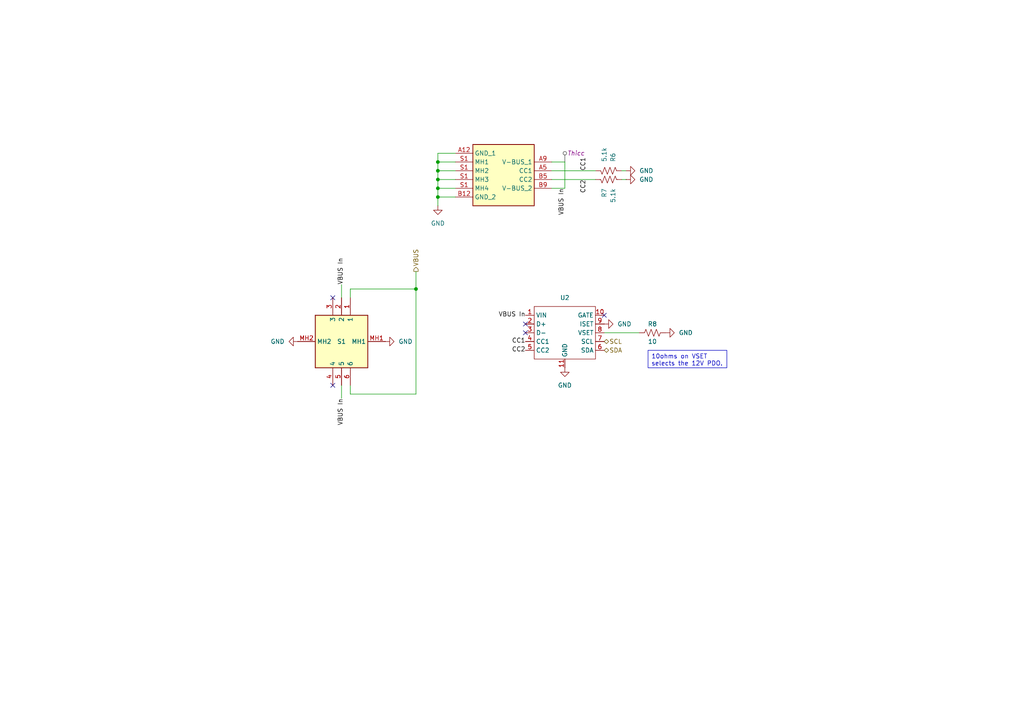
<source format=kicad_sch>
(kicad_sch (version 20231120) (generator "eeschema") (generator_version "8.0")
  (paper "A4")
  (lib_symbols
    (symbol "Connector USB:UJC-HP-3-SMT-TR"
      (property "Reference" "J" (at 0 11.43 0))
      (property "Value" "UJC-HP-3-SMT-TR" (at 0 -10.16 0))
      (symbol "UJC-HP-3-SMT-TR_1_1"
        (rectangle (start -8.89 8.89) (end 8.89 -8.89) (stroke (width 0.254)) (fill (type background)))
        (pin passive line (at 13.97 6.35 180) (length 5.08) (name "GND_1") (number "A12"))
        (pin passive line (at -13.97 1.27 0) (length 5.08) (name "CC1") (number "A5"))
        (pin passive line (at -13.97 3.81 0) (length 5.08) (name "V-BUS_1") (number "A9"))
        (pin passive line (at 13.97 -6.35 180) (length 5.08) (name "GND_2") (number "B12"))
        (pin passive line (at -13.97 -1.27 0) (length 5.08) (name "CC2") (number "B5"))
        (pin passive line (at -13.97 -3.81 0) (length 5.08) (name "V-BUS_2") (number "B9"))
        (pin passive line (at 13.97 3.81 180) (length 5.08) (name "MH1") (number "S1"))
        (pin passive line (at 13.97 1.27 180) (length 5.08) (name "MH2") (number "S1"))
        (pin passive line (at 13.97 -1.27 180) (length 5.08) (name "MH3") (number "S1"))
        (pin passive line (at 13.97 -3.81 180) (length 5.08) (name "MH4") (number "S1"))
      )
    )
    (symbol "Device:R_US" (pin_numbers hide) (pin_names (offset 0))
      (property "Reference" "R" (at 2.54 0 90))
      (property "Value" "R_US" (at -2.54 0 90))
      (symbol "R_US_0_1"
        (polyline (pts (xy 0 -2.286) (xy 0 -2.54)))
        (polyline (pts (xy 0 2.286) (xy 0 2.54)))
        (polyline (pts (xy 0 -0.762) (xy 1.016 -1.143) (xy 0 -1.524) (xy -1.016 -1.905) (xy 0 -2.286)))
        (polyline (pts (xy 0 0.762) (xy 1.016 0.381) (xy 0 0) (xy -1.016 -0.381) (xy 0 -0.762)))
        (polyline (pts (xy 0 2.286) (xy 1.016 1.905) (xy 0 1.524) (xy -1.016 1.143) (xy 0 0.762)))
      )
      (symbol "R_US_1_1"
        (pin passive line (at 0 3.81 270) (length 1.27) (name "~") (number "1"))
        (pin passive line (at 0 -3.81 90) (length 1.27) (name "~") (number "2"))
      )
    )
    (symbol "Interface_USB_:HUSB238"
      (property "Reference" "U" (at 0 0 0))
      (symbol "HUSB238_0_1"
        (rectangle (start -8.89 7.62) (end 8.89 -7.62))
      )
      (symbol "HUSB238_1_1"
        (pin power_in line (at -11.43 5.08 0) (length 2.54) (name "VIN") (number "1"))
        (pin open_collector line (at 11.43 5.08 180) (length 2.54) (name "GATE") (number "10"))
        (pin power_in line (at 0 -10.16 90) (length 2.54) (name "GND") (number "11"))
        (pin bidirectional line (at -11.43 2.54 0) (length 2.54) (name "D+") (number "2"))
        (pin bidirectional line (at -11.43 0 0) (length 2.54) (name "D-") (number "3"))
        (pin bidirectional line (at -11.43 -2.54 0) (length 2.54) (name "CC1") (number "4"))
        (pin bidirectional line (at -11.43 -5.08 0) (length 2.54) (name "CC2") (number "5"))
        (pin bidirectional line (at 11.43 -5.08 180) (length 2.54) (name "SDA") (number "6"))
        (pin bidirectional line (at 11.43 -2.54 180) (length 2.54) (name "SCL") (number "7"))
        (pin input line (at 11.43 0 180) (length 2.54) (name "VSET") (number "8"))
        (pin input line (at 11.43 2.54 180) (length 2.54) (name "ISET") (number "9"))
      )
    )
    (symbol "SamacSys_Parts:SLW-111629-7A-D"
      (property "Reference" "S" (at 21.59 12.7 0))
      (property "Value" "SLW-111629-7A-D" (at 21.59 10.16 0))
      (symbol "SLW-111629-7A-D_1_1"
        (rectangle (start 5.08 7.62) (end 20.32 -7.62) (stroke (width 0.254)) (fill (type background)))
        (pin passive line (at 10.16 -12.7 90) (length 5.08) (name "1") (number "1"))
        (pin passive line (at 12.7 -12.7 90) (length 5.08) (name "2") (number "2"))
        (pin passive line (at 15.24 -12.7 90) (length 5.08) (name "3") (number "3"))
        (pin passive line (at 15.24 12.7 270) (length 5.08) (name "4") (number "4"))
        (pin passive line (at 12.7 12.7 270) (length 5.08) (name "5") (number "5"))
        (pin passive line (at 10.16 12.7 270) (length 5.08) (name "6") (number "6"))
        (pin passive line (at 0 0 0) (length 5.08) (name "MH1") (number "MH1"))
        (pin passive line (at 25.4 0 180) (length 5.08) (name "MH2") (number "MH2"))
      )
    )
    (symbol "power:GND" (power) (pin_numbers hide) (pin_names (offset 0) hide)
      (property "Value" "GND" (at 0 -3.81 0))
      (symbol "GND_0_1"
        (polyline (pts (xy 0 0) (xy 0 -1.27) (xy 1.27 -1.27) (xy 0 -2.54) (xy -1.27 -1.27) (xy 0 -1.27)))
      )
      (symbol "GND_1_1"
        (pin power_in line (at 0 0 270) (length 0) (name "~") (number "1"))
      )
    )
  )
  (junction (at 127 57.15))
  (junction (at 127 46.99))
  (junction (at 120.65 83.82))
  (junction (at 127 52.07))
  (junction (at 127 54.61))
  (junction (at 127 49.53))
  (no_connect (at 152.4 96.52))
  (no_connect (at 96.52 86.36))
  (no_connect (at 175.26 91.44))
  (no_connect (at 152.4 93.98))
  (no_connect (at 96.52 111.76))
  (wire (pts (xy 175.26 96.52) (xy 185.42 96.52)))
  (wire (pts (xy 132.08 44.45) (xy 127 44.45)))
  (wire (pts (xy 101.6 114.3) (xy 120.65 114.3)))
  (wire (pts (xy 101.6 83.82) (xy 120.65 83.82)))
  (wire (pts (xy 99.06 115.57) (xy 99.06 111.76)))
  (wire (pts (xy 163.83 46.99) (xy 160.02 46.99)))
  (wire (pts (xy 163.83 54.61) (xy 163.83 46.99)))
  (wire (pts (xy 99.06 86.36) (xy 99.06 82.55)))
  (wire (pts (xy 120.65 83.82) (xy 120.65 114.3)))
  (wire (pts (xy 127 44.45) (xy 127 46.99)))
  (wire (pts (xy 180.34 49.53) (xy 181.61 49.53)))
  (wire (pts (xy 127 46.99) (xy 127 49.53)))
  (wire (pts (xy 160.02 54.61) (xy 163.83 54.61)))
  (wire (pts (xy 101.6 83.82) (xy 101.6 86.36)))
  (wire (pts (xy 132.08 46.99) (xy 127 46.99)))
  (wire (pts (xy 160.02 49.53) (xy 172.72 49.53)))
  (wire (pts (xy 160.02 52.07) (xy 172.72 52.07)))
  (wire (pts (xy 132.08 54.61) (xy 127 54.61)))
  (wire (pts (xy 180.34 52.07) (xy 181.61 52.07)))
  (wire (pts (xy 132.08 49.53) (xy 127 49.53)))
  (wire (pts (xy 101.6 111.76) (xy 101.6 114.3)))
  (wire (pts (xy 132.08 52.07) (xy 127 52.07)))
  (wire (pts (xy 127 52.07) (xy 127 54.61)))
  (wire (pts (xy 127 49.53) (xy 127 52.07)))
  (wire (pts (xy 127 57.15) (xy 127 59.69)))
  (wire (pts (xy 132.08 57.15) (xy 127 57.15)))
  (wire (pts (xy 127 54.61) (xy 127 57.15)))
  (wire (pts (xy 120.65 78.74) (xy 120.65 83.82)))
  (text_box "10ohms on VSET selects the 12V PDO." (at 187.96 101.6 0) (size 22.86 5.08) (effects (font (size 1.27 1.27)) (justify left top)))
  (label "CC1" (at 170.18 49.53 90))
  (label "CC2" (at 152.4 101.6 180))
  (label "VBUS In" (at 152.4 91.44 180))
  (label "VBUS In" (at 99.06 115.57 270))
  (label "CC1" (at 152.4 99.06 180))
  (label "VBUS In" (at 99.06 82.55 90))
  (label "VBUS In" (at 163.83 54.61 270))
  (label "CC2" (at 170.18 52.07 270))
  (hierarchical_label "SDA" (shape bidirectional) (at 175.26 101.6 0))
  (hierarchical_label "SCL" (shape bidirectional) (at 175.26 99.06 0))
  (hierarchical_label "VBUS" (shape output) (at 120.65 78.74 90))
  (netclass_flag "" (length 2.54) (shape round) (at 163.83 46.99 0) (property "Netclass" "Thicc" (at 164.5285 44.45 0) (effects (font (italic yes)) (justify left))))
  (symbol (lib_id "Connector USB:UJC-HP-3-SMT-TR") (at 146.05 50.8 0) (mirror y) (unit 1)
    (property "Reference" "J2" (effects (hide yes)))
    (property "Value" "UJC-HP-3-SMT-TR" (effects (hide yes)))
    (property "Footprint" "Connector USB:CUI_UJC-HP-3-SMT-TR" (effects (hide yes)))
    (property "Datasheet" "https://www.sameskydevices.com/product/resource/supplyframepdf/ujc-hp-3-smt-tr.pdf" (effects (hide yes)))
    (property "Description" "Type C, 20 Vdc, 3 A, Right Angle, Surface Mount, Black Insulator, Power-Only USB Receptacle" (effects (hide yes)))
    (property "Height" "3.36" (effects (hide yes)))
    (property "Manufacturer_Name" "Same Sky" (effects (hide yes)))
    (property "Manufacturer_Part_Number" "UJC-HP-3-SMT-TR" (effects (hide yes)))
    (property "Mouser Part Number" "490-UJC-HP-3-SMT-TR" (effects (hide yes)))
    (property "Mouser Price/Stock" "https://www.mouser.co.uk/ProductDetail/Same-Sky/UJC-HP-3-SMT-TR?qs=vmHwEFxEFR%252BLRSV%252Bufrn1g%3D%3D" (effects (hide yes)))
    (property "Arrow Part Number" "UJC-HP-3-SMT-TR" (effects (hide yes)))
    (property "Arrow Price/Stock" "https://www.arrow.com/en/products/ujc-hp-3-smt-tr/cui-devices?utm_currency=USD&region=nac" (effects (hide yes)))
  )
  (symbol (lib_id "power:GND") (at 86.36 99.06 270) (unit 1)
    (property "Reference" "#PWR015" (effects (hide yes)))
    (property "Value" "GND" (at 82.55 99.0599 90) (effects (justify right)))
    (property "Description" "Power symbol creates a global label with name \"GND\" , ground" (effects (hide yes)))
  )
  (symbol (lib_id "power:GND") (at 111.76 99.06 90) (unit 1)
    (property "Reference" "#PWR011" (effects (hide yes)))
    (property "Value" "GND" (at 115.57 99.0599 90) (effects (justify right)))
    (property "Description" "Power symbol creates a global label with name \"GND\" , ground" (effects (hide yes)))
  )
  (symbol (lib_id "power:GND") (at 193.04 96.52 90) (unit 1)
    (property "Reference" "#PWR08" (effects (hide yes)))
    (property "Value" "GND" (at 196.85 96.5199 90) (effects (justify right)))
    (property "Description" "Power symbol creates a global label with name \"GND\" , ground" (effects (hide yes)))
  )
  (symbol (lib_id "power:GND") (at 181.61 49.53 90) (unit 1)
    (property "Reference" "#PWR017" (effects (hide yes)))
    (property "Value" "GND" (at 185.42 49.5299 90) (effects (justify right)))
    (property "Description" "Power symbol creates a global label with name \"GND\" , ground" (effects (hide yes)))
  )
  (symbol (lib_id "Device:R_US") (at 176.53 49.53 270) (mirror x) (unit 1)
    (property "Reference" "R6" (at 177.8001 46.99 0) (effects (justify left)))
    (property "Value" "5.1k" (at 175.2601 46.99 0) (effects (justify left)))
    (property "Footprint" "Resistor_SMD:R_0603_1608Metric" (effects (hide yes)))
    (property "Description" "Resistor, US symbol" (effects (hide yes)))
  )
  (symbol (lib_id "power:GND") (at 175.26 93.98 90) (unit 1)
    (property "Reference" "#PWR07" (effects (hide yes)))
    (property "Value" "GND" (at 179.07 93.9799 90) (effects (justify right)))
    (property "Description" "Power symbol creates a global label with name \"GND\" , ground" (effects (hide yes)))
  )
  (symbol (lib_id "power:GND") (at 127 59.69 0) (unit 1)
    (property "Reference" "#PWR014" (effects (hide yes)))
    (property "Value" "GND" (at 127 64.77 0))
    (property "Description" "Power symbol creates a global label with name \"GND\" , ground" (effects (hide yes)))
  )
  (symbol (lib_id "Device:R_US") (at 189.23 96.52 90) (unit 1)
    (property "Reference" "R8" (at 189.23 93.98 90))
    (property "Value" "10" (at 189.23 99.06 90))
    (property "Footprint" "Resistor_SMD:R_0603_1608Metric" (effects (hide yes)))
    (property "Description" "Resistor, US symbol" (effects (hide yes)))
  )
  (symbol (lib_id "Interface_USB_:HUSB238") (at 163.83 96.52 0) (unit 1)
    (property "Reference" "U2" (at 163.83 86.36 0))
    (property "Footprint" "Package_DFN_QFN:DFN-10-1EP_3x3mm_P0.5mm_EP1.65x2.38mm" (effects (hide yes)))
  )
  (symbol (lib_id "SamacSys_Parts:SLW-111629-7A-D") (at 111.76 99.06 180) (unit 1)
    (property "Reference" "S1" (at 99.06 99.06 0))
    (property "Value" "SLW-111629-7A-D" (effects (hide yes)))
    (property "Footprint" "SamacSys_Parts:SLW1116297AD" (effects (hide yes)))
    (property "Datasheet" "https://www.cuidevices.com/product/resource/slw-111629-7a-d.pdf" (effects (hide yes)))
    (property "Description" "Slide Switches 11.1 x 6.2 x 5.5 mm, 7 mm Raised Slide Actuator, Vertical, Through Hole" (effects (hide yes)))
    (property "Height" "12.8" (effects (hide yes)))
    (property "Mouser Part Number" "179-SLW-111629-7A-D" (effects (hide yes)))
    (property "Mouser Price/Stock" "https://www.mouser.co.uk/ProductDetail/CUI-Devices/SLW-111629-7A-D?qs=1Kr7Jg1SGW%252BHOpmTgB42WQ%3D%3D" (effects (hide yes)))
    (property "Manufacturer_Name" "CUI Devices" (effects (hide yes)))
    (property "Manufacturer_Part_Number" "SLW-111629-7A-D" (effects (hide yes)))
  )
  (symbol (lib_id "power:GND") (at 181.61 52.07 90) (unit 1)
    (property "Reference" "#PWR016" (effects (hide yes)))
    (property "Value" "GND" (at 185.42 52.0699 90) (effects (justify right)))
    (property "Description" "Power symbol creates a global label with name \"GND\" , ground" (effects (hide yes)))
  )
  (symbol (lib_id "Device:R_US") (at 176.53 52.07 90) (mirror x) (unit 1)
    (property "Reference" "R7" (at 175.2599 54.61 0) (effects (justify left)))
    (property "Value" "5.1k" (at 177.7999 54.61 0) (effects (justify left)))
    (property "Footprint" "Resistor_SMD:R_0603_1608Metric" (effects (hide yes)))
    (property "Description" "Resistor, US symbol" (effects (hide yes)))
  )
  (symbol (lib_id "power:GND") (at 163.83 106.68 0) (unit 1)
    (property "Reference" "#PWR05" (effects (hide yes)))
    (property "Value" "GND" (at 163.83 111.76 0))
    (property "Description" "Power symbol creates a global label with name \"GND\" , ground" (effects (hide yes)))
  )
)
</source>
